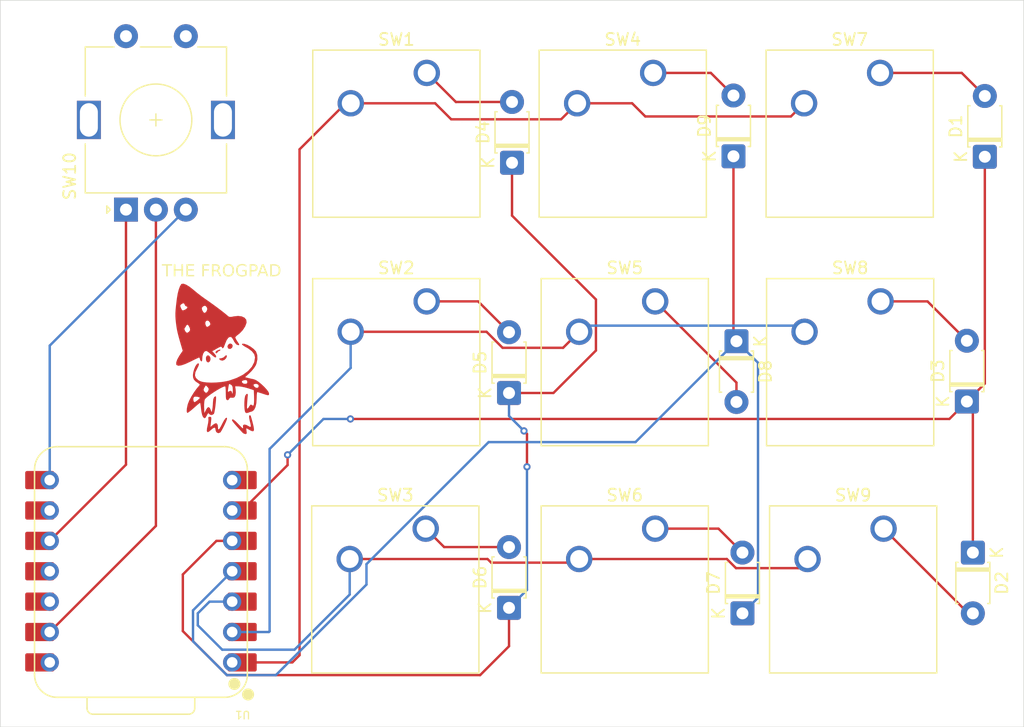
<source format=kicad_pcb>
(kicad_pcb (version 20241229) (generator "pcbnew") (generator_version "9.0")
  (layers (0 "F.Cu" signal) (2 "B.Cu" signal) (13 "F.Paste" user) (15 "B.Paste" user) (5 "F.SilkS" user "F.Silkscreen") (7 "B.SilkS" user "B.Silkscreen") (1 "F.Mask" user) (3 "B.Mask" user) (25 "Edge.Cuts" user))
  (net 0 "")
  (net 1 "row2")
  (net 2 "Net-(D1-A)")
  (net 3 "Net-(D2-A)")
  (net 4 "Net-(D3-A)")
  (net 5 "Net-(D4-A)")
  (net 6 "row1")
  (net 7 "Net-(D5-A)")
  (net 8 "Net-(D6-A)")
  (net 9 "Net-(D7-A)")
  (net 10 "row0")
  (net 11 "Net-(D8-A)")
  (net 12 "Net-(D9-A)")
  (net 13 "col1")
  (net 14 "col2")
  (net 15 "col3")
  (net 16 "Net-(U1-GPIO4{slash}MISO)")
  (net 17 "Net-(U1-GPIO1{slash}RX)")
  (net 18 "GND")
  (net 22 "b")
  (net 23 "a")
  (footprint "Button_Switch_Keyboard:SW_Cherry_MX_1.00u_PCB" (layer "F.Cu") (at 172.71 78.67)
    (property "Reference" "SW5" (at -2.54 -2.794 0) (layer "F.SilkS"))
    (property "Value" "SW_Push")
    (pad "" np_thru_hole circle (at -7.62 5.08) (size 1.7 1.7) (drill 1.7) (layers "*.Cu" "*.Mask"))
    (pad "" np_thru_hole circle (at -2.54 5.08) (size 4 4) (drill 4) (layers "*.Cu" "*.Mask"))
    (pad "" np_thru_hole circle (at 2.54 5.08) (size 1.7 1.7) (drill 1.7) (layers "*.Cu" "*.Mask"))
    (pad "1" thru_hole circle (at 0 0) (size 2.2 2.2) (drill 1.5) (layers "*.Cu" "*.Mask") (net 11 "Net-(D8-A)"))
    (pad "2" thru_hole circle (at -6.35 2.54) (size 2.2 2.2) (drill 1.5) (layers "*.Cu" "*.Mask") (net 14 "col2"))
  )
  (footprint "KiCad:XIAO-RP2040-DIP" (layer "F.Cu") (at 129.75 101.2315 180)
    (property "Reference" "U1" (at -8.5 -12 180) (layer "F.SilkS") (effects (font (size 0.635 0.635) (thickness 0.1016))))
    (property "Value" "XIAO-RP2040-DIP" (hide yes))
    (pad "1" smd roundrect (at -8.455 -7.62) (size 2.432 1.524) (layers "F.Cu" "F.Mask") (roundrect_rratio 0.1) (net 13 "col1"))
    (pad "1" thru_hole circle (at -7.62 -7.62) (size 1.524 1.524) (drill 0.889) (layers "*.Cu" "*.Mask") (net 13 "col1"))
    (pad "2" smd roundrect (at -8.455 -5.08) (size 2.432 1.524) (layers "F.Cu" "F.Mask") (roundrect_rratio 0.1) (net 14 "col2"))
    (pad "2" thru_hole circle (at -7.62 -5.08) (size 1.524 1.524) (drill 0.889) (layers "*.Cu" "*.Mask") (net 14 "col2"))
    (pad "3" smd roundrect (at -8.455 -2.54) (size 2.432 1.524) (layers "F.Cu" "F.Mask") (roundrect_rratio 0.1) (net 15 "col3"))
    (pad "3" thru_hole circle (at -7.62 -2.54) (size 1.524 1.524) (drill 0.889) (layers "*.Cu" "*.Mask") (net 15 "col3"))
    (pad "4" smd roundrect (at -8.455 0) (size 2.432 1.524) (layers "F.Cu" "F.Mask") (roundrect_rratio 0.1) (net 10 "row0"))
    (pad "4" thru_hole circle (at -7.62 0) (size 1.524 1.524) (drill 0.889) (layers "*.Cu" "*.Mask") (net 10 "row0"))
    (pad "5" smd roundrect (at -8.455 2.54) (size 2.432 1.524) (layers "F.Cu" "F.Mask") (roundrect_rratio 0.1) (net 6 "row1"))
    (pad "5" thru_hole circle (at -7.62 2.54) (size 1.524 1.524) (drill 0.889) (layers "*.Cu" "*.Mask") (net 6 "row1"))
    (pad "6" smd roundrect (at -8.455 5.08) (size 2.432 1.524) (layers "F.Cu" "F.Mask") (roundrect_rratio 0.1) (net 1 "row2"))
    (pad "6" thru_hole circle (at -7.62 5.08) (size 1.524 1.524) (drill 0.889) (layers "*.Cu" "*.Mask") (net 1 "row2"))
    (pad "7" smd roundrect (at -8.455 7.62) (size 2.432 1.524) (layers "F.Cu" "F.Mask") (roundrect_rratio 0.1) (net 23 "a"))
    (pad "7" thru_hole circle (at -7.62 7.62) (size 1.524 1.524) (drill 0.889) (layers "*.Cu" "*.Mask") (net 23 "a"))
    (pad "8" thru_hole circle (at 7.62 7.62 180) (size 1.524 1.524) (drill 0.889) (layers "*.Cu" "*.Mask") (net 17 "Net-(U1-GPIO1{slash}RX)"))
    (pad "8" smd roundrect (at 8.455 7.62 180) (size 2.432 1.524) (layers "F.Cu" "F.Mask") (roundrect_rratio 0.1) (net 17 "Net-(U1-GPIO1{slash}RX)"))
    (pad "9" thru_hole circle (at 7.62 5.08 180) (size 1.524 1.524) (drill 0.889) (layers "*.Cu" "*.Mask"))
    (pad "9" smd roundrect (at 8.455 5.08 180) (size 2.432 1.524) (layers "F.Cu" "F.Mask") (roundrect_rratio 0.1))
    (pad "10" thru_hole circle (at 7.62 2.54 180) (size 1.524 1.524) (drill 0.889) (layers "*.Cu" "*.Mask") (net 16 "Net-(U1-GPIO4{slash}MISO)"))
    (pad "10" smd roundrect (at 8.455 2.54 180) (size 2.432 1.524) (layers "F.Cu" "F.Mask") (roundrect_rratio 0.1) (net 16 "Net-(U1-GPIO4{slash}MISO)"))
    (pad "11" thru_hole circle (at 7.62 0 180) (size 1.524 1.524) (drill 0.889) (layers "*.Cu" "*.Mask") (net 22 "b"))
    (pad "11" smd roundrect (at 8.455 0 180) (size 2.432 1.524) (layers "F.Cu" "F.Mask") (roundrect_rratio 0.1) (net 22 "b"))
    (pad "12" thru_hole circle (at 7.62 -2.54 180) (size 1.524 1.524) (drill 0.889) (layers "*.Cu" "*.Mask"))
    (pad "12" smd roundrect (at 8.455 -2.54 180) (size 2.432 1.524) (layers "F.Cu" "F.Mask") (roundrect_rratio 0.1))
    (pad "13" thru_hole circle (at 7.62 -5.08 180) (size 1.524 1.524) (drill 0.889) (layers "*.Cu" "*.Mask") (net 18 "GND"))
    (pad "13" smd roundrect (at 8.455 -5.08 180) (size 2.432 1.524) (layers "F.Cu" "F.Mask") (roundrect_rratio 0.1) (net 18 "GND"))
    (pad "14" thru_hole circle (at 7.62 -7.62 180) (size 1.524 1.524) (drill 0.889) (layers "*.Cu" "*.Mask"))
    (pad "14" smd roundrect (at 8.455 -7.62 180) (size 2.432 1.524) (layers "F.Cu" "F.Mask") (roundrect_rratio 0.1))
  )
  (footprint "LOGO" (layer "F.Cu") (at 136.734999 83.5)
    (property "Reference" "G***" (hide yes))
    (property "Value" "LOGO" (hide yes))
    (fp_poly (pts (xy 0.622903 -1.253299) (xy 0.680419 -1.122633) (xy 0.640297 -0.971539) (xy 0.509398 -0.855972) (xy 0.362226 -0.858624) (xy 0.28144 -0.921917) (xy 0.239873 -1.061346) (xy 0.295215 -1.204152) (xy 0.419025 -1.296787) (xy 0.486425 -1.30786)) (fill yes) (layer "F.Cu"))
    (fp_poly (pts (xy -1.276897 -0.278206) (xy -1.18718 -0.138372) (xy -1.173149 0.032026) (xy -1.225867 0.184345) (xy -1.336398 0.269941) (xy -1.378589 0.275338) (xy -1.491635 0.212099) (xy -1.550452 0.061225) (xy -1.555963 -0.132675) (xy -1.494329 -0.270361) (xy -1.388361 -0.323527)) (fill yes) (layer "F.Cu"))
    (fp_poly (pts (xy -0.353603 -0.792361) (xy -0.344174 -0.762918) (xy -0.399274 -0.695474) (xy -0.440061 -0.688347) (xy -0.546326 -0.632823) (xy -0.57557 -0.585095) (xy -0.648774 -0.494855) (xy -0.727293 -0.497998) (xy -0.757182 -0.577067) (xy -0.700747 -0.677535) (xy -0.636721 -0.714781) (xy -0.484997 -0.773463) (xy -0.430217 -0.79738)) (fill yes) (layer "F.Cu"))
    (fp_poly (pts (xy 0.184629 -0.310391) (xy 0.185686 -0.204109) (xy 0.133664 -0.082141) (xy -0.005682 0.065186) (xy -0.182828 0.12596) (xy -0.350049 0.089648) (xy -0.41012 0.037897) (xy -0.454956 -0.038637) (xy -0.39516 -0.066234) (xy -0.31201 -0.068835) (xy -0.112422 -0.128119) (xy 0.000249 -0.223713) (xy 0.116198 -0.323949)) (fill yes) (layer "F.Cu"))
    (fp_poly (pts (xy -1.154445 4.826536) (xy -1.113307 4.871923) (xy -1.106774 4.986185) (xy -1.126873 5.200915) (xy -1.131425 5.241377) (xy -1.179276 5.664327) (xy -0.960527 5.480262) (xy -0.774475 5.364532) (xy -0.643207 5.374899) (xy -0.568514 5.510397) (xy -0.550678 5.701057) (xy -0.537086 5.846798) (xy -0.493095 5.880534) (xy -0.413882 5.797811) (xy -0.294623 5.594174) (xy -0.172087 5.351387) (xy -0.039953 5.108378) (xy 0.074857 4.949436) (xy 0.160082 4.886804) (xy 0.203461 4.932722) (xy 0.206504 4.973401) (xy 0.176183 5.087301) (xy 0.097418 5.280857) (xy -0.011498 5.516887) (xy -0.132271 5.758204) (xy -0.246609 5.967627) (xy -0.336217 6.10797) (xy -0.368639 6.142441) (xy -0.5355 6.189527) (xy -0.67458 6.11252) (xy -0.741266 5.980662) (xy -0.757182 5.871598) (xy -0.788159 5.742994) (xy -0.882943 5.731404) (xy -1.04431 5.837266) (xy -1.149838 5.933416) (xy -1.325823 6.076446) (xy -1.436988 6.10039) (xy -1.484095 6.004212) (xy -1.467901 5.786878) (xy -1.419988 5.564814) (xy -1.368928 5.312841) (xy -1.34534 5.094562) (xy -1.351828 4.973306) (xy -1.35934 4.855433) (xy -1.272048 4.819285) (xy -1.238162 4.818428)) (fill yes) (layer "F.Cu"))
    (fp_poly (pts (xy 2.153561 4.694601) (xy 2.195187 4.773544) (xy 2.248939 4.940183) (xy 2.324299 5.21453) (xy 2.351217 5.31584) (xy 2.433189 5.662002) (xy 2.45999 5.890303) (xy 2.427531 6.010726) (xy 2.331722 6.033252) (xy 2.168472 5.967863) (xy 2.099905 5.929167) (xy 1.940167 5.838245) (xy 1.838483 5.786585) (xy 1.824512 5.782113) (xy 1.817011 5.84178) (xy 1.832158 5.988771) (xy 1.837453 6.023035) (xy 1.852804 6.185146) (xy 1.816685 6.252577) (xy 1.741917 6.263956) (xy 1.589878 6.215393) (xy 1.497657 6.143495) (xy 1.400282 6.036855) (xy 1.240593 5.86233) (xy 1.04932 5.653503) (xy 1.003771 5.603803) (xy 0.826038 5.400784) (xy 0.691884 5.230195) (xy 0.623734 5.121161) (xy 0.619512 5.104752) (xy 0.653713 5.028791) (xy 0.758045 5.061555) (xy 0.935098 5.204656) (xy 1.183208 5.455149) (xy 1.375142 5.656209) (xy 1.490699 5.763345) (xy 1.544214 5.786189) (xy 1.55002 5.734375) (xy 1.542606 5.696711) (xy 1.543106 5.53128) (xy 1.633659 5.462355) (xy 1.803007 5.493232) (xy 1.960041 5.574529) (xy 2.098817 5.652765) (xy 2.176077 5.664375) (xy 2.197642 5.592649) (xy 2.169334 5.420876) (xy 2.104319 5.160393) (xy 2.055361 4.919559) (xy 2.051909 4.760051) (xy 2.068755 4.719765) (xy 2.114577 4.683345)) (fill yes) (layer "F.Cu"))
    (fp_poly (pts (xy -3.209525 -6.229286) (xy -2.927795 -6.056887) (xy -2.603085 -5.802016) (xy -2.573925 -5.776744) (xy -2.281705 -5.533898) (xy -1.949387 -5.276125) (xy -1.643085 -5.054501) (xy -1.608671 -5.03104) (xy -1.295601 -4.814389) (xy -0.950748 -4.56725) (xy -0.601965 -4.310457) (xy -0.277104 -4.064839) (xy -0.004016 -3.851227) (xy 0.189446 -3.690454) (xy 0.217593 -3.66513) (xy 0.334674 -3.568848) (xy 0.442525 -3.530234) (xy 0.593443 -3.540484) (xy 0.760627 -3.573713) (xy 1.127116 -3.614538) (xy 1.436163 -3.575952) (xy 1.670078 -3.466845) (xy 1.811172 -3.296103) (xy 1.841753 -3.072615) (xy 1.835437 -3.033694) (xy 1.723905 -2.733727) (xy 1.524802 -2.425307) (xy 1.274301 -2.160318) (xy 1.170483 -2.079945) (xy 1.010595 -1.954942) (xy 0.912173 -1.850246) (xy 0.897463 -1.816517) (xy 0.931934 -1.716682) (xy 1.021713 -1.555979) (xy 1.066937 -1.486495) (xy 1.184964 -1.306882) (xy 1.228555 -1.212437) (xy 1.202805 -1.175954) (xy 1.126152 -1.17019) (xy 0.971632 -1.238735) (xy 0.814346 -1.44453) (xy 0.718183 -1.634824) (xy 0.59684 -1.814306) (xy 0.460037 -1.863044) (xy 0.316406 -1.785841) (xy 0.174577 -1.587498) (xy 0.043181 -1.272816) (xy 0.037729 -1.256234) (xy -0.053613 -1.015961) (xy -0.130099 -0.907942) (xy -0.19595 -0.928091) (xy -0.230669 -0.996205) (xy -0.274236 -1.03997) (xy -0.36775 -1.024467) (xy -0.537141 -0.942444) (xy -0.650385 -0.878826) (xy -1.031208 -0.660093) (xy -0.859777 -0.481158) (xy -0.730743 -0.316206) (xy -0.691161 -0.194731) (xy -0.747065 -0.139003) (xy -0.766693 -0.13767) (xy -0.856258 -0.181327) (xy -1.00729 -0.294326) (xy -1.143746 -0.413009) (xy -1.321423 -0.561913) (xy -1.471619 -0.661894) (xy -1.54334 -0.688347) (xy -1.677243 -0.625362) (xy -1.784987 -0.459303) (xy -1.848714 -0.224514) (xy -1.858537 -0.0822) (xy -1.872937 0.116347) (xy -1.918501 0.19123) (xy -1.94458 0.189639) (xy -2.022641 0.106142) (xy -2.05262 0.011816) (xy -2.088247 -0.106127) (xy -2.121455 -0.137076) (xy -2.198309 -0.107441) (xy -2.370608 -0.027585) (xy -2.611403 0.089686) (xy -2.84563 0.207097) (xy -3.280073 0.407931) (xy -3.621176 0.523086) (xy -3.865277 0.551822) (xy -4.008713 0.493396) (xy -4.036024 0.448286) (xy -4.038372 0.272383) (xy -3.949897 0.020825) (xy -3.778476 -0.286067) (xy -3.713432 -0.383885) (xy -3.495562 -0.700548) (xy -3.601278 -1.05583) (xy -3.742058 -1.535265) (xy -3.847771 -1.913954) (xy -3.925446 -2.22223) (xy -3.982111 -2.490423) (xy -3.986678 -2.518075) (xy -3.353247 -2.518075) (xy -3.310679 -2.386499) (xy -3.229927 -2.263205) (xy -3.138347 -2.20314) (xy -3.131016 -2.202711) (xy -3.025614 -2.250106) (xy -2.945472 -2.323171) (xy -2.881411 -2.425178) (xy -2.888148 -2.54172) (xy -2.935001 -2.667345) (xy -3.033997 -2.839809) (xy -3.126907 -2.883477) (xy -3.205256 -2.795225) (xy -3.215162 -2.770597) (xy -3.288987 -2.642762) (xy -3.330281 -2.602987) (xy -3.353247 -2.518075) (xy -3.986678 -2.518075) (xy -4.024795 -2.748863) (xy -4.060527 -3.027882) (xy -4.060767 -3.029974) (xy -1.613811 -3.029974) (xy -1.586382 -2.865013) (xy -1.513233 -2.722862) (xy -1.423946 -2.70055) (xy -1.279614 -2.788431) (xy -1.279075 -2.788839) (xy -1.19077 -2.8842) (xy -1.200284 -3.000446) (xy -1.225973 -3.061988) (xy -1.335635 -3.200722) (xy -1.459566 -3.229204) (xy -1.563659 -3.166075) (xy -1.613811 -3.029974) (xy -4.060767 -3.029974) (xy -4.062757 -3.047292) (xy -4.091933 -3.332462) (xy -4.107294 -3.58509) (xy -4.107575 -3.836538) (xy -4.091512 -4.118169) (xy -4.062174 -4.417175) (xy -3.695549 -4.417175) (xy -3.641858 -4.278262) (xy -3.566089 -4.122974) (xy -3.493507 -4.07222) (xy -3.372163 -4.106992) (xy -3.283908 -4.14729) (xy -3.15177 -4.238503) (xy -3.130412 -4.276774) (xy -1.898911 -4.276774) (xy -1.887592 -4.161508) (xy -1.847242 -4.060656) (xy -1.744426 -3.896649) (xy -1.638203 -3.869455) (xy -1.522907 -3.978235) (xy -1.502352 -4.009621) (xy -1.442168 -4.182484) (xy -1.476341 -4.319377) (xy -1.585039 -4.452366) (xy -1.72347 -4.451918) (xy -1.834544 -4.370412) (xy -1.898911 -4.276774) (xy -3.130412 -4.276774) (xy -3.098945 -4.333158) (xy -3.137731 -4.396427) (xy -3.192785 -4.405421) (xy -3.285244 -4.463092) (xy -3.32401 -4.54309) (xy -3.385015 -4.660133) (xy -3.490411 -4.661033) (xy -3.611088 -4.588018) (xy -3.691176 -4.510829) (xy -3.695549 -4.417175) (xy -4.062174 -4.417175) (xy -4.05784 -4.461344) (xy -4.005294 -4.897426) (xy -3.98027 -5.092825) (xy -3.915083 -5.476149) (xy -3.827853 -5.817169) (xy -3.727796 -6.087926) (xy -3.62413 -6.260461) (xy -3.583755 -6.295685) (xy -3.433202 -6.311467)) (fill yes) (layer "F.Cu"))
    (fp_poly (pts (xy 1.664382 -1.281298) (xy 1.917217 -1.191498) (xy 2.194017 -1.034212) (xy 2.444718 -0.843107) (xy 2.619252 -0.651852) (xy 2.63306 -0.629882) (xy 2.732895 -0.341262) (xy 2.74503 0.005075) (xy 2.670824 0.361866) (xy 2.599617 0.533737) (xy 2.465431 0.743713) (xy 2.269311 0.98351) (xy 2.081314 1.174794) (xy 1.716782 1.507956) (xy 1.976954 1.574338) (xy 2.224855 1.63418) (xy 2.468003 1.687969) (xy 2.477617 1.689947) (xy 2.645729 1.76319) (xy 2.861429 1.910525) (xy 3.097954 2.106511) (xy 3.328543 2.325704) (xy 3.526434 2.542665) (xy 3.664865 2.731949) (xy 3.717073 2.868115) (xy 3.717073 2.868272) (xy 3.711007 2.964981) (xy 3.675146 3.012186) (xy 3.582997 3.011126) (xy 3.408066 2.963043) (xy 3.194289 2.892749) (xy 2.973158 2.821111) (xy 2.805825 2.771209) (xy 2.736178 2.75508) (xy 2.711083 2.817312) (xy 2.692723 2.983042) (xy 2.684659 3.218132) (xy 2.684552 3.250137) (xy 2.658075 3.675948) (xy 2.582187 4.014353) (xy 2.462205 4.250587) (xy 2.303448 4.369886) (xy 2.278964 4.376306) (xy 2.089959 4.431916) (xy 1.973603 4.482364) (xy 1.822643 4.509789) (xy 1.74989 4.469778) (xy 1.700232 4.359689) (xy 1.66757 4.151559) (xy 1.652138 3.883995) (xy 1.654173 3.595599) (xy 1.673908 3.324977) (xy 1.711578 3.110735) (xy 1.741123 3.028726) (xy 1.831545 2.915256) (xy 1.913052 2.899991) (xy 1.947752 2.982933) (xy 1.943054 3.028726) (xy 1.929723 3.143475) (xy 1.911277 3.354502) (xy 1.891243 3.620686) (xy 1.886967 3.682655) (xy 1.872137 3.963144) (xy 1.880086 4.113801) (xy 1.918703 4.141654) (xy 1.995878 4.053733) (xy 2.10666 3.878389) (xy 2.182776 3.793603) (xy 2.272491 3.827529) (xy 2.293119 3.844084) (xy 2.38013 3.893758) (xy 2.427824 3.831877) (xy 2.444141 3.773963) (xy 2.46155 3.626124) (xy 2.468917 3.390453) (xy 2.464766 3.116524) (xy 2.464186 3.101638) (xy 2.443631 2.591077) (xy 1.961788 2.435944) (xy 1.673405 2.355966) (xy 1.389876 2.298328) (xy 1.18318 2.276177) (xy 0.886415 2.271544) (xy 0.930098 2.564092) (xy 0.940462 2.800755) (xy 0.910718 3.016278) (xy 0.898699 3.053571) (xy 0.822758 3.191975) (xy 0.709575 3.229185) (xy 0.623041 3.221065) (xy 0.467317 3.222013) (xy 0.395557 3.29868) (xy 0.388198 3.322667) (xy 0.307397 3.424083) (xy 0.228591 3.429344) (xy 0.166163 3.400628) (xy 0.128452 3.325671) (xy 0.109527 3.176495) (xy 0.103457 2.925121) (xy 0.103252 2.838152) (xy 0.098643 2.641476) (xy 0.280045 2.641476) (xy 0.284412 2.727845) (xy 0.324533 2.726382) (xy 0.365205 2.695661) (xy 0.499718 2.641195) (xy 0.59668 2.698054) (xy 0.619512 2.791867) (xy 0.638906 2.881045) (xy 0.653929 2.891056) (xy 0.673984 2.829278) (xy 0.686389 2.672093) (xy 0.688346 2.563441) (xy 0.673561 2.341177) (xy 0.618992 2.21007) (xy 0.585168 2.18103) (xy 2.417171 2.18103) (xy 2.495257 2.306249) (xy 2.625445 2.390854) (xy 2.76029 2.395928) (xy 2.840763 2.32317) (xy 2.84343 2.168737) (xy 2.730517 2.08084) (xy 2.608353 2.06504) (xy 2.450231 2.094399) (xy 2.417171 2.18103) (xy 0.585168 2.18103) (xy 0.543974 2.145663) (xy 0.427116 2.085008) (xy 0.378326 2.077479) (xy 0.356885 2.152308) (xy 0.325496 2.319342) (xy 0.305824 2.443457) (xy 0.280045 2.641476) (xy 0.098643 2.641476) (xy 0.097164 2.578337) (xy 0.080955 2.381228) (xy 0.057702 2.278922) (xy 0.048883 2.271435) (xy -0.095118 2.31106) (xy -0.316956 2.416969) (xy -0.587598 2.570289) (xy -0.878014 2.752147) (xy -1.159173 2.943668) (xy -1.402044 3.125981) (xy -1.577595 3.28021) (xy -1.653543 3.378195) (xy -1.688694 3.537495) (xy -1.707746 3.779558) (xy -1.707076 4.032125) (xy -1.68645 4.508672) (xy -1.558147 4.250541) (xy -1.436732 4.059397) (xy -1.328236 4.004681) (xy -1.229391 4.086104) (xy -1.167148 4.216124) (xy -1.081804 4.439837) (xy -1.030889 4.233333) (xy -1.000259 4.044832) (xy -0.978062 3.790621) (xy -0.97183 3.639458) (xy -0.943751 3.348484) (xy -0.875367 3.181482) (xy -0.858771 3.165015) (xy -0.759965 3.106793) (xy -0.723378 3.108419) (xy -0.708393 3.196274) (xy -0.712763 3.383644) (xy -0.732313 3.634401) (xy -0.762868 3.912415) (xy -0.800255 4.181559) (xy -0.840297 4.405704) (xy -0.878822 4.548722) (xy -0.892854 4.575099) (xy -1.037994 4.668461) (xy -1.194515 4.658272) (xy -1.296051 4.566635) (xy -1.345749 4.512864) (xy -1.400941 4.556096) (xy -1.479401 4.704304) (xy -1.582404 4.887791) (xy -1.669224 4.944676) (xy -1.760745 4.88094) (xy -1.817706 4.801219) (xy -1.874282 4.656202) (xy -1.927241 4.423536) (xy -1.965298 4.153026) (xy -1.965856 4.147289) (xy -1.993275 3.905447) (xy -2.021172 3.728149) (xy -2.044049 3.649452) (xy -2.046432 3.648238) (xy -2.108264 3.69119) (xy -2.248278 3.806747) (xy -2.442736 3.974964) (xy -2.577709 4.094697) (xy -2.79418 4.280303) (xy -2.973043 4.41849) (xy -3.090261 4.491509) (xy -3.121472 4.496233) (xy -3.162396 4.370674) (xy -3.152972 4.147342) (xy -3.095482 3.855675) (xy -3.062537 3.7365) (xy -2.951221 3.458835) (xy -2.927119 3.413222) (xy -2.60821 3.413222) (xy -2.574564 3.537721) (xy -2.531843 3.592816) (xy -2.451459 3.572333) (xy -2.301341 3.467959) (xy -2.299226 3.466346) (xy -2.155098 3.34519) (xy -2.072597 3.254093) (xy -2.065041 3.235084) (xy -2.12404 3.184622) (xy -2.2617 3.146321) (xy -2.419014 3.131548) (xy -2.525312 3.146432) (xy -2.601763 3.241744) (xy -2.60821 3.413222) (xy -2.927119 3.413222) (xy -2.774224 3.123874) (xy -2.558383 2.776271) (xy -2.370792 2.516443) (xy -1.750166 2.516443) (xy -1.733156 2.634159) (xy -1.705383 2.683768) (xy -1.584426 2.805174) (xy -1.46572 2.79026) (xy -1.36284 2.647217) (xy -1.320466 2.500934) (xy -1.373499 2.385384) (xy -1.422312 2.333002) (xy -1.561522 2.193792) (xy -1.676685 2.369553) (xy -1.750166 2.516443) (xy -2.370792 2.516443) (xy -2.330531 2.460678) (xy -2.208569 2.315543) (xy -2.098076 2.185124) (xy -2.075203 2.112986) (xy -2.132771 2.057577) (xy -2.160993 2.040204) (xy -2.415607 1.868432) (xy -2.564895 1.708954) (xy -2.632785 1.526664) (xy -2.644425 1.330939) (xy -2.612012 1.087776) (xy -2.534343 0.823134) (xy -2.429614 0.583574) (xy -2.316018 0.415656) (xy -2.272529 0.379198) (xy -2.168019 0.347883) (xy -2.135934 0.416571) (xy -2.176182 0.568244) (xy -2.27461 0.762379) (xy -2.431741 1.087858) (xy -2.4734 1.349985) (xy -2.396372 1.565098) (xy -2.197446 1.749536) (xy -2.065041 1.828086) (xy -1.836688 1.902032) (xy -1.506755 1.946629) (xy -1.108059 1.962375) (xy -0.673415 1.949769) (xy -0.235639 1.909309) (xy 0.072812 1.858052) (xy 1.446732 1.858052) (xy 1.466434 1.951332) (xy 1.469281 1.958819) (xy 1.560083 2.03531) (xy 1.709836 2.064535) (xy 1.846969 2.039063) (xy 1.889114 2.002417) (xy 1.900595 1.890825) (xy 1.883847 1.82521) (xy 1.808542 1.746004) (xy 1.660052 1.755758) (xy 1.501086 1.803702) (xy 1.446732 1.858052) (xy 0.072812 1.858052) (xy 0.172454 1.841494) (xy 0.37859 1.790964) (xy 1.006019 1.5724) (xy 1.538008 1.30168) (xy 1.966249 0.986233) (xy 2.282433 0.633491) (xy 2.478251 0.250883) (xy 2.545371 -0.146711) (xy 2.479104 -0.406988) (xy 2.281097 -0.661218) (xy 1.957278 -0.902814) (xy 1.772493 -1.00545) (xy 1.563848 -1.128849) (xy 1.460024 -1.225963) (xy 1.465664 -1.284947) (xy 1.58541 -1.293956)) (fill yes) (layer "F.Cu"))
  )
  (footprint "Diode_THT:D_T-1_P5.08mm_Horizontal" (layer "F.Cu") (at 160.5 104.29 90)
    (property "Reference" "D6" (at 2.54 -2.42 90) (layer "F.SilkS"))
    (property "Value" "D")
    (fp_text user "K" (at 0 -2 90) (layer "F.SilkS"))
    (pad "1" thru_hole roundrect (at 0 0 90) (size 2 2) (drill 1) (layers "*.Cu" "*.Mask") (roundrect_rratio 0.125) (net 6 "row1"))
    (pad "2" thru_hole circle (at 5.08 0 90) (size 2 2) (drill 1) (layers "*.Cu" "*.Mask") (net 8 "Net-(D6-A)"))
  )
  (footprint "Button_Switch_Keyboard:SW_Cherry_MX_1.00u_PCB" (layer "F.Cu") (at 153.63 59.57)
    (property "Reference" "SW1" (at -2.54 -2.794 0) (layer "F.SilkS"))
    (property "Value" "SW_Push")
    (pad "" np_thru_hole circle (at -7.62 5.08) (size 1.7 1.7) (drill 1.7) (layers "*.Cu" "*.Mask"))
    (pad "" np_thru_hole circle (at -2.54 5.08) (size 4 4) (drill 4) (layers "*.Cu" "*.Mask"))
    (pad "" np_thru_hole circle (at 2.54 5.08) (size 1.7 1.7) (drill 1.7) (layers "*.Cu" "*.Mask"))
    (pad "1" thru_hole circle (at 0 0) (size 2.2 2.2) (drill 1.5) (layers "*.Cu" "*.Mask") (net 5 "Net-(D4-A)"))
    (pad "2" thru_hole circle (at -6.35 2.54) (size 2.2 2.2) (drill 1.5) (layers "*.Cu" "*.Mask") (net 13 "col1"))
  )
  (footprint "Button_Switch_Keyboard:SW_Cherry_MX_1.00u_PCB" (layer "F.Cu") (at 191.54 78.67)
    (property "Reference" "SW8" (at -2.54 -2.794 0) (layer "F.SilkS"))
    (property "Value" "SW_Push")
    (pad "" np_thru_hole circle (at -7.62 5.08) (size 1.7 1.7) (drill 1.7) (layers "*.Cu" "*.Mask"))
    (pad "" np_thru_hole circle (at -2.54 5.08) (size 4 4) (drill 4) (layers "*.Cu" "*.Mask"))
    (pad "" np_thru_hole circle (at 2.54 5.08) (size 1.7 1.7) (drill 1.7) (layers "*.Cu" "*.Mask"))
    (pad "1" thru_hole circle (at 0 0) (size 2.2 2.2) (drill 1.5) (layers "*.Cu" "*.Mask") (net 4 "Net-(D3-A)"))
    (pad "2" thru_hole circle (at -6.35 2.54) (size 2.2 2.2) (drill 1.5) (layers "*.Cu" "*.Mask") (net 14 "col2"))
  )
  (footprint "Diode_THT:D_T-1_P5.08mm_Horizontal" (layer "F.Cu") (at 179.5 82 -90)
    (property "Reference" "D8" (at 2.54 -2.42 270) (layer "F.SilkS"))
    (property "Value" "D")
    (fp_text user "K" (at 0 -2 270) (layer "F.SilkS"))
    (pad "1" thru_hole roundrect (at 0 0 270) (size 2 2) (drill 1) (layers "*.Cu" "*.Mask") (roundrect_rratio 0.125) (net 10 "row0"))
    (pad "2" thru_hole circle (at 5.08 0 270) (size 2 2) (drill 1) (layers "*.Cu" "*.Mask") (net 11 "Net-(D8-A)"))
  )
  (footprint "Diode_THT:D_T-1_P5.08mm_Horizontal" (layer "F.Cu") (at 200.25 66.58 90)
    (property "Reference" "D1" (at 2.54 -2.42 90) (layer "F.SilkS"))
    (property "Value" "D")
    (fp_text user "K" (at 0 -2 90) (layer "F.SilkS"))
    (pad "1" thru_hole roundrect (at 0 0 90) (size 2 2) (drill 1) (layers "*.Cu" "*.Mask") (roundrect_rratio 0.125) (net 1 "row2"))
    (pad "2" thru_hole circle (at 5.08 0 90) (size 2 2) (drill 1) (layers "*.Cu" "*.Mask") (net 2 "Net-(D1-A)"))
  )
  (footprint "Diode_THT:D_T-1_P5.08mm_Horizontal" (layer "F.Cu") (at 180 104.75 90)
    (property "Reference" "D7" (at 2.54 -2.42 90) (layer "F.SilkS"))
    (property "Value" "D")
    (fp_text user "K" (at 0 -2 90) (layer "F.SilkS"))
    (pad "1" thru_hole roundrect (at 0 0 90) (size 2 2) (drill 1) (layers "*.Cu" "*.Mask") (roundrect_rratio 0.125) (net 10 "row0"))
    (pad "2" thru_hole circle (at 5.08 0 90) (size 2 2) (drill 1) (layers "*.Cu" "*.Mask") (net 9 "Net-(D7-A)"))
  )
  (footprint "Diode_THT:D_T-1_P5.08mm_Horizontal" (layer "F.Cu") (at 198.75 87.04 90)
    (property "Reference" "D3" (at 2.54 -2.42 90) (layer "F.SilkS"))
    (property "Value" "D")
    (fp_text user "K" (at 0 -2 90) (layer "F.SilkS"))
    (pad "1" thru_hole roundrect (at 0 0 90) (size 2 2) (drill 1) (layers "*.Cu" "*.Mask") (roundrect_rratio 0.125) (net 1 "row2"))
    (pad "2" thru_hole circle (at 5.08 0 90) (size 2 2) (drill 1) (layers "*.Cu" "*.Mask") (net 4 "Net-(D3-A)"))
  )
  (footprint "Diode_THT:D_T-1_P5.08mm_Horizontal" (layer "F.Cu") (at 179.25 66.54 90)
    (property "Reference" "D9" (at 2.54 -2.42 90) (layer "F.SilkS"))
    (property "Value" "D")
    (fp_text user "K" (at 0 -2 90) (layer "F.SilkS"))
    (pad "1" thru_hole roundrect (at 0 0 90) (size 2 2) (drill 1) (layers "*.Cu" "*.Mask") (roundrect_rratio 0.125) (net 10 "row0"))
    (pad "2" thru_hole circle (at 5.08 0 90) (size 2 2) (drill 1) (layers "*.Cu" "*.Mask") (net 12 "Net-(D9-A)"))
  )
  (footprint "Button_Switch_Keyboard:SW_Cherry_MX_1.00u_PCB" (layer "F.Cu") (at 172.54 59.57)
    (property "Reference" "SW4" (at -2.54 -2.794 0) (layer "F.SilkS"))
    (property "Value" "SW_Push")
    (pad "" np_thru_hole circle (at -7.62 5.08) (size 1.7 1.7) (drill 1.7) (layers "*.Cu" "*.Mask"))
    (pad "" np_thru_hole circle (at -2.54 5.08) (size 4 4) (drill 4) (layers "*.Cu" "*.Mask"))
    (pad "" np_thru_hole circle (at 2.54 5.08) (size 1.7 1.7) (drill 1.7) (layers "*.Cu" "*.Mask"))
    (pad "1" thru_hole circle (at 0 0) (size 2.2 2.2) (drill 1.5) (layers "*.Cu" "*.Mask") (net 12 "Net-(D9-A)"))
    (pad "2" thru_hole circle (at -6.35 2.54) (size 2.2 2.2) (drill 1.5) (layers "*.Cu" "*.Mask") (net 13 "col1"))
  )
  (footprint "Diode_THT:D_T-1_P5.08mm_Horizontal" (layer "F.Cu") (at 199.25 99.67 -90)
    (property "Reference" "D2" (at 2.54 -2.42 270) (layer "F.SilkS"))
    (property "Value" "D")
    (fp_text user "K" (at 0 -2 270) (layer "F.SilkS"))
    (pad "1" thru_hole roundrect (at 0 0 270) (size 2 2) (drill 1) (layers "*.Cu" "*.Mask") (roundrect_rratio 0.125) (net 1 "row2"))
    (pad "2" thru_hole circle (at 5.08 0 270) (size 2 2) (drill 1) (layers "*.Cu" "*.Mask") (net 3 "Net-(D2-A)"))
  )
  (footprint "Button_Switch_Keyboard:SW_Cherry_MX_1.00u_PCB" (layer "F.Cu") (at 153.54 97.67)
    (property "Reference" "SW3" (at -2.54 -2.794 0) (layer "F.SilkS"))
    (property "Value" "SW_Push")
    (pad "" np_thru_hole circle (at -7.62 5.08) (size 1.7 1.7) (drill 1.7) (layers "*.Cu" "*.Mask"))
    (pad "" np_thru_hole circle (at -2.54 5.08) (size 4 4) (drill 4) (layers "*.Cu" "*.Mask"))
    (pad "" np_thru_hole circle (at 2.54 5.08) (size 1.7 1.7) (drill 1.7) (layers "*.Cu" "*.Mask"))
    (pad "1" thru_hole circle (at 0 0) (size 2.2 2.2) (drill 1.5) (layers "*.Cu" "*.Mask") (net 8 "Net-(D6-A)"))
    (pad "2" thru_hole circle (at -6.35 2.54) (size 2.2 2.2) (drill 1.5) (layers "*.Cu" "*.Mask") (net 15 "col3"))
  )
  (footprint "Diode_THT:D_T-1_P5.08mm_Horizontal" (layer "F.Cu") (at 160.75 67.08 90)
    (property "Reference" "D4" (at 2.54 -2.42 90) (layer "F.SilkS"))
    (property "Value" "D")
    (fp_text user "K" (at 0 -2 90) (layer "F.SilkS"))
    (pad "1" thru_hole roundrect (at 0 0 90) (size 2 2) (drill 1) (layers "*.Cu" "*.Mask") (roundrect_rratio 0.125) (net 6 "row1"))
    (pad "2" thru_hole circle (at 5.08 0 90) (size 2 2) (drill 1) (layers "*.Cu" "*.Mask") (net 5 "Net-(D4-A)"))
  )
  (footprint "Button_Switch_Keyboard:SW_Cherry_MX_1.00u_PCB" (layer "F.Cu") (at 191.79 97.67)
    (property "Reference" "SW9" (at -2.54 -2.794 0) (layer "F.SilkS"))
    (property "Value" "SW_Push")
    (pad "" np_thru_hole circle (at -7.62 5.08) (size 1.7 1.7) (drill 1.7) (layers "*.Cu" "*.Mask"))
    (pad "" np_thru_hole circle (at -2.54 5.08) (size 4 4) (drill 4) (layers "*.Cu" "*.Mask"))
    (pad "" np_thru_hole circle (at 2.54 5.08) (size 1.7 1.7) (drill 1.7) (layers "*.Cu" "*.Mask"))
    (pad "1" thru_hole circle (at 0 0) (size 2.2 2.2) (drill 1.5) (layers "*.Cu" "*.Mask") (net 3 "Net-(D2-A)"))
    (pad "2" thru_hole circle (at -6.35 2.54) (size 2.2 2.2) (drill 1.5) (layers "*.Cu" "*.Mask") (net 15 "col3"))
  )
  (footprint "Diode_THT:D_T-1_P5.08mm_Horizontal" (layer "F.Cu") (at 160.5 86.33 90)
    (property "Reference" "D5" (at 2.54 -2.42 90) (layer "F.SilkS"))
    (property "Value" "D")
    (fp_text user "K" (at 0 -2 90) (layer "F.SilkS"))
    (pad "1" thru_hole roundrect (at 0 0 90) (size 2 2) (drill 1) (layers "*.Cu" "*.Mask") (roundrect_rratio 0.125) (net 6 "row1"))
    (pad "2" thru_hole circle (at 5.08 0 90) (size 2 2) (drill 1) (layers "*.Cu" "*.Mask") (net 7 "Net-(D5-A)"))
  )
  (footprint "Rotary_Encoder:RotaryEncoder_Alps_EC11E-Switch_Vertical_H20mm" (layer "F.Cu") (at 128.5 71 90)
    (property "Reference" "SW10" (at 2.8 -4.7 90) (layer "F.SilkS"))
    (property "Value" "RotaryEncoder")
    (pad "A" thru_hole rect (at 0 0 90) (size 2 2) (drill 1) (layers "*.Cu" "*.Mask") (net 16 "Net-(U1-GPIO4{slash}MISO)"))
    (pad "B" thru_hole circle (at 0 5 90) (size 2 2) (drill 1) (layers "*.Cu" "*.Mask") (net 17 "Net-(U1-GPIO1{slash}RX)"))
    (pad "C" thru_hole circle (at 0 2.5 90) (size 2 2) (drill 1) (layers "*.Cu" "*.Mask") (net 18 "GND"))
    (pad "MP" thru_hole rect (at 7.5 -3.1 90) (size 3.2 2) (drill oval 2.8 1.5) (layers "*.Cu" "*.Mask"))
    (pad "MP" thru_hole rect (at 7.5 8.1 90) (size 3.2 2) (drill oval 2.8 1.5) (layers "*.Cu" "*.Mask"))
    (pad "S1" thru_hole circle (at 14.5 5 90) (size 2 2) (drill 1) (layers "*.Cu" "*.Mask"))
    (pad "S2" thru_hole circle (at 14.5 0 90) (size 2 2) (drill 1) (layers "*.Cu" "*.Mask"))
  )
  (footprint "Button_Switch_Keyboard:SW_Cherry_MX_1.00u_PCB" (layer "F.Cu") (at 191.5 59.57)
    (property "Reference" "SW7" (at -2.54 -2.794 0) (layer "F.SilkS"))
    (property "Value" "SW_Push")
    (pad "" np_thru_hole circle (at -7.62 5.08) (size 1.7 1.7) (drill 1.7) (layers "*.Cu" "*.Mask"))
    (pad "" np_thru_hole circle (at -2.54 5.08) (size 4 4) (drill 4) (layers "*.Cu" "*.Mask"))
    (pad "" np_thru_hole circle (at 2.54 5.08) (size 1.7 1.7) (drill 1.7) (layers "*.Cu" "*.Mask"))
    (pad "1" thru_hole circle (at 0 0) (size 2.2 2.2) (drill 1.5) (layers "*.Cu" "*.Mask") (net 2 "Net-(D1-A)"))
    (pad "2" thru_hole circle (at -6.35 2.54) (size 2.2 2.2) (drill 1.5) (layers "*.Cu" "*.Mask") (net 13 "col1"))
  )
  (footprint "Button_Switch_Keyboard:SW_Cherry_MX_1.00u_PCB" (layer "F.Cu") (at 172.71 97.67)
    (property "Reference" "SW6" (at -2.54 -2.794 0) (layer "F.SilkS"))
    (property "Value" "SW_Push")
    (pad "" np_thru_hole circle (at -7.62 5.08) (size 1.7 1.7) (drill 1.7) (layers "*.Cu" "*.Mask"))
    (pad "" np_thru_hole circle (at -2.54 5.08) (size 4 4) (drill 4) (layers "*.Cu" "*.Mask"))
    (pad "" np_thru_hole circle (at 2.54 5.08) (size 1.7 1.7) (drill 1.7) (layers "*.Cu" "*.Mask"))
    (pad "1" thru_hole circle (at 0 0) (size 2.2 2.2) (drill 1.5) (layers "*.Cu" "*.Mask") (net 9 "Net-(D7-A)"))
    (pad "2" thru_hole circle (at -6.35 2.54) (size 2.2 2.2) (drill 1.5) (layers "*.Cu" "*.Mask") (net 15 "col3"))
  )
  (footprint "Button_Switch_Keyboard:SW_Cherry_MX_1.00u_PCB" (layer "F.Cu") (at 153.62 78.67)
    (property "Reference" "SW2" (at -2.54 -2.794 0) (layer "F.SilkS"))
    (property "Value" "SW_Push")
    (pad "" np_thru_hole circle (at -7.62 5.08) (size 1.7 1.7) (drill 1.7) (layers "*.Cu" "*.Mask"))
    (pad "" np_thru_hole circle (at -2.54 5.08) (size 4 4) (drill 4) (layers "*.Cu" "*.Mask"))
    (pad "" np_thru_hole circle (at 2.54 5.08) (size 1.7 1.7) (drill 1.7) (layers "*.Cu" "*.Mask"))
    (pad "1" thru_hole circle (at 0 0) (size 2.2 2.2) (drill 1.5) (layers "*.Cu" "*.Mask") (net 7 "Net-(D5-A)"))
    (pad "2" thru_hole circle (at -6.35 2.54) (size 2.2 2.2) (drill 1.5) (layers "*.Cu" "*.Mask") (net 14 "col2"))
  )
  (gr_rect (start 118 53.5) (end 203.5 114.25) (stroke (width 0.05)) (fill no) (layer "Edge.Cuts"))
  (gr_text "THE FROGPAD" (at 131.5 76.75 0) (layer "F.SilkS") (effects (font (size 1 1) (thickness 0.1)) (justify left bottom)))
  (segment (start 200.25 85.54) (end 198.75 87.04) (width 0.2) (layer "F.Cu") (net 1))
  (segment (start 147.25 88.5) (end 197.29 88.5) (width 0.2) (layer "F.Cu") (net 1))
  (segment (start 138.205 96.1515) (end 142 92.3565) (width 0.2) (layer "F.Cu") (net 1))
  (segment (start 199.25 87.54) (end 198.75 87.04) (width 0.2) (layer "F.Cu") (net 1))
  (segment (start 142 92.3565) (end 142 91.5) (width 0.2) (layer "F.Cu") (net 1))
  (segment (start 197.29 88.5) (end 198.75 87.04) (width 0.2) (layer "F.Cu") (net 1))
  (segment (start 199.25 99.67) (end 199.25 87.54) (width 0.2) (layer "F.Cu") (net 1))
  (segment (start 200.25 66.58) (end 200.25 85.54) (width 0.2) (layer "F.Cu") (net 1))
  (via (at 147.25 88.5) (size 0.6) (drill 0.3) (layers "F.Cu" "B.Cu") (net 1))
  (via (at 142 91.5) (size 0.6) (drill 0.3) (layers "F.Cu" "B.Cu") (net 1))
  (segment (start 145 88.5) (end 147.25 88.5) (width 0.2) (layer "B.Cu") (net 1))
  (segment (start 142 91.5) (end 145 88.5) (width 0.2) (layer "B.Cu") (net 1))
  (segment (start 191.5 59.57) (end 198.32 59.57) (width 0.2) (layer "F.Cu") (net 2))
  (segment (start 198.32 59.57) (end 200.25 61.5) (width 0.2) (layer "F.Cu") (net 2))
  (segment (start 191.79 97.67) (end 198.87 104.75) (width 0.2) (layer "F.Cu") (net 3))
  (segment (start 198.87 104.75) (end 199.25 104.75) (width 0.2) (layer "F.Cu") (net 3))
  (segment (start 198.75 81.96) (end 195.46 78.67) (width 0.2) (layer "F.Cu") (net 4))
  (segment (start 195.46 78.67) (end 191.54 78.67) (width 0.2) (layer "F.Cu") (net 4))
  (segment (start 153.63 59.57) (end 156.06 62) (width 0.2) (layer "F.Cu") (net 5))
  (segment (start 156.06 62) (end 160.75 62) (width 0.2) (layer "F.Cu") (net 5))
  (segment (start 158.0855 109.9145) (end 160.5 107.5) (width 0.2) (layer "F.Cu") (net 6))
  (segment (start 160.75 71.5) (end 160.75 67.08) (width 0.2) (layer "F.Cu") (net 6))
  (segment (start 136.0585 98.6915) (end 133.25 101.5) (width 0.2) (layer "F.Cu") (net 6))
  (segment (start 167.761 78.511) (end 160.75 71.5) (width 0.2) (layer "F.Cu") (net 6))
  (segment (start 167.761 82.77747) (end 167.761 78.511) (width 0.2) (layer "F.Cu") (net 6))
  (segment (start 162 92.5) (end 162 89.75) (width 0.2) (layer "F.Cu") (net 6))
  (segment (start 162 89.75) (end 161.75 89.5) (width 0.2) (layer "F.Cu") (net 6))
  (segment (start 160.5 86.33) (end 164.20847 86.33) (width 0.2) (layer "F.Cu") (net 6))
  (segment (start 138.205 98.6915) (end 136.0585 98.6915) (width 0.2) (layer "F.Cu") (net 6))
  (segment (start 133.25 101.5) (end 133.25 106.23481) (width 0.2) (layer "F.Cu") (net 6))
  (segment (start 164.20847 86.33) (end 167.761 82.77747) (width 0.2) (layer "F.Cu") (net 6))
  (segment (start 136.92969 109.9145) (end 158.0855 109.9145) (width 0.2) (layer "F.Cu") (net 6))
  (segment (start 160.5 107.5) (end 160.5 104.29) (width 0.2) (layer "F.Cu") (net 6))
  (segment (start 133.25 106.23481) (end 136.92969 109.9145) (width 0.2) (layer "F.Cu") (net 6))
  (via (at 162 92.5) (size 0.6) (drill 0.3) (layers "F.Cu" "B.Cu") (net 6))
  (via (at 161.75 89.5) (size 0.6) (drill 0.3) (layers "F.Cu" "B.Cu") (net 6))
  (segment (start 160.5 88.25) (end 160.5 86.33) (width 0.2) (layer "B.Cu") (net 6))
  (segment (start 160.5 104.29) (end 162 102.79) (width 0.2) (layer "B.Cu") (net 6))
  (segment (start 162 102.79) (end 162 92.5) (width 0.2) (layer "B.Cu") (net 6))
  (segment (start 161.75 89.5) (end 160.5 88.25) (width 0.2) (layer "B.Cu") (net 6))
  (segment (start 153.62 78.67) (end 157.92 78.67) (width 0.2) (layer "F.Cu") (net 7))
  (segment (start 157.92 78.67) (end 160.5 81.25) (width 0.2) (layer "F.Cu") (net 7))
  (segment (start 155.08 99.21) (end 160.5 99.21) (width 0.2) (layer "F.Cu") (net 8))
  (segment (start 153.54 97.67) (end 155.08 99.21) (width 0.2) (layer "F.Cu") (net 8))
  (segment (start 172.71 97.67) (end 178 97.67) (width 0.2) (layer "F.Cu") (net 9))
  (segment (start 178 97.67) (end 180 99.67) (width 0.2) (layer "F.Cu") (net 9))
  (segment (start 179.25 66.54) (end 179.25 81.75) (width 0.2) (layer "F.Cu") (net 10))
  (segment (start 179.25 81.75) (end 179.5 82) (width 0.2) (layer "F.Cu") (net 10))
  (segment (start 181.301 83.801) (end 179.5 82) (width 0.2) (layer "B.Cu") (net 10))
  (segment (start 179.5 82) (end 171.063 90.437) (width 0.2) (layer "B.Cu") (net 10))
  (segment (start 158.791686 90.437) (end 171.063 90.437) (width 0.2) (layer "B.Cu") (net 10))
  (segment (start 148.591 102.34457) (end 148.591 100.637686) (width 0.2) (layer "B.Cu") (net 10))
  (segment (start 137.37 101.2315) (end 134.099 104.5025) (width 0.2) (layer "B.Cu") (net 10))
  (segment (start 134.099 107.08381) (end 136.92969 109.9145) (width 0.2) (layer "B.Cu") (net 10))
  (segment (start 148.591 100.637686) (end 158.791686 90.437) (width 0.2) (layer "B.Cu") (net 10))
  (segment (start 180 104.75) (end 181.301 103.449) (width 0.2) (layer "B.Cu") (net 10))
  (segment (start 181.301 103.449) (end 181.301 83.801) (width 0.2) (layer "B.Cu") (net 10))
  (segment (start 136.92969 109.9145) (end 141.02107 109.9145) (width 0.2) (layer "B.Cu") (net 10))
  (segment (start 134.099 104.5025) (end 134.099 107.08381) (width 0.2) (layer "B.Cu") (net 10))
  (segment (start 141.02107 109.9145) (end 148.591 102.34457) (width 0.2) (layer "B.Cu") (net 10))
  (segment (start 172.71 78.67) (end 179.5 85.46) (width 0.2) (layer "F.Cu") (net 11))
  (segment (start 179.5 85.46) (end 179.5 87.08) (width 0.2) (layer "F.Cu") (net 11))
  (segment (start 177.36 59.57) (end 179.25 61.46) (width 0.2) (layer "F.Cu") (net 12))
  (segment (start 172.54 59.57) (end 177.36 59.57) (width 0.2) (layer "F.Cu") (net 12))
  (segment (start 185.15 62.11) (end 184.050001 63.209999) (width 0.2) (layer "F.Cu") (net 13))
  (segment (start 146.85153 62.11) (end 143 65.96153) (width 0.2) (layer "F.Cu") (net 13))
  (segment (start 143 108.25) (end 142.3985 108.8515) (width 0.2) (layer "F.Cu") (net 13))
  (segment (start 147.28 62.11) (end 154.32847 62.11) (width 0.2) (layer "F.Cu") (net 13))
  (segment (start 143 65.96153) (end 143 108.25) (width 0.2) (layer "F.Cu") (net 13))
  (segment (start 142.3985 108.8515) (end 138.205 108.8515) (width 0.2) (layer "F.Cu") (net 13))
  (segment (start 154.32847 62.11) (end 155.66747 63.449) (width 0.2) (layer "F.Cu") (net 13))
  (segment (start 164.851 63.449) (end 166.19 62.11) (width 0.2) (layer "F.Cu") (net 13))
  (segment (start 155.66747 63.449) (end 164.851 63.449) (width 0.2) (layer "F.Cu") (net 13))
  (segment (start 170.784816 62.11) (end 166.19 62.11) (width 0.2) (layer "F.Cu") (net 13))
  (segment (start 147.28 62.11) (end 146.85153 62.11) (width 0.2) (layer "F.Cu") (net 13))
  (segment (start 184.050001 63.209999) (end 171.884815 63.209999) (width 0.2) (layer "F.Cu") (net 13))
  (segment (start 171.884815 63.209999) (end 170.784816 62.11) (width 0.2) (layer "F.Cu") (net 13))
  (segment (start 159.961108 82.551) (end 165.019 82.551) (width 0.2) (layer "F.Cu") (net 14))
  (segment (start 165.019 82.551) (end 166.36 81.21) (width 0.2) (layer "F.Cu") (net 14))
  (segment (start 158.620108 81.21) (end 159.961108 82.551) (width 0.2) (layer "F.Cu") (net 14))
  (segment (start 147.27 81.21) (end 158.620108 81.21) (width 0.2) (layer "F.Cu") (net 14))
  (segment (start 184.679 80.699) (end 166.871 80.699) (width 0.2) (layer "B.Cu") (net 14))
  (segment (start 147.27 84.235184) (end 147.27 81.21) (width 0.2) (layer "B.Cu") (net 14))
  (segment (start 140.5 91.005184) (end 147.27 84.235184) (width 0.2) (layer "B.Cu") (net 14))
  (segment (start 140.4385 106.3115) (end 140.5 106.25) (width 0.2) (layer "B.Cu") (net 14))
  (segment (start 185.19 81.21) (end 184.679 80.699) (width 0.2) (layer "B.Cu") (net 14))
  (segment (start 140.5 106.25) (end 140.5 91.005184) (width 0.2) (layer "B.Cu") (net 14))
  (segment (start 166.871 80.699) (end 166.36 81.21) (width 0.2) (layer "B.Cu") (net 14))
  (segment (start 137.37 106.3115) (end 140.4385 106.3115) (width 0.2) (layer "B.Cu") (net 14))
  (segment (start 179.461108 100.971) (end 184.679 100.971) (width 0.2) (layer "F.Cu") (net 15))
  (segment (start 178.700108 100.21) (end 179.461108 100.971) (width 0.2) (layer "F.Cu") (net 15))
  (segment (start 166.059 100.511) (end 166.36 100.21) (width 0.2) (layer "F.Cu") (net 15))
  (segment (start 166.36 100.21) (end 178.700108 100.21) (width 0.2) (layer "F.Cu") (net 15))
  (segment (start 159.00716 100.511) (end 166.059 100.511) (width 0.2) (layer "F.Cu") (net 15))
  (segment (start 158.70616 100.21) (end 159.00716 100.511) (width 0.2) (layer "F.Cu") (net 15))
  (segment (start 184.679 100.971) (end 185.44 100.21) (width 0.2) (layer "F.Cu") (net 15))
  (segment (start 147.19 100.21) (end 158.70616 100.21) (width 0.2) (layer "F.Cu") (net 15))
  (segment (start 134.5 104.75) (end 134.5 105.75) (width 0.2) (layer "B.Cu") (net 15))
  (segment (start 135.4785 103.7715) (end 134.5 104.75) (width 0.2) (layer "B.Cu") (net 15))
  (segment (start 136.5385 107.7885) (end 142.57997 107.7885) (width 0.2) (layer "B.Cu") (net 15))
  (segment (start 137.37 103.7715) (end 135.4785 103.7715) (width 0.2) (layer "B.Cu") (net 15))
  (segment (start 134.5 105.75) (end 136.5385 107.7885) (width 0.2) (layer "B.Cu") (net 15))
  (segment (start 147.19 103.17847) (end 147.19 100.21) (width 0.2) (layer "B.Cu") (net 15))
  (segment (start 142.57997 107.7885) (end 147.19 103.17847) (width 0.2) (layer "B.Cu") (net 15))
  (segment (start 128.5 92.3215) (end 128.5 71) (width 0.2) (layer "F.Cu") (net 16))
  (segment (start 122.13 98.6915) (end 128.5 92.3215) (width 0.2) (layer "F.Cu") (net 16))
  (segment (start 122.13 93.6115) (end 122.13 82.37) (width 0.2) (layer "B.Cu") (net 17))
  (segment (start 122.13 82.37) (end 133.5 71) (width 0.2) (layer "B.Cu") (net 17))
  (segment (start 131 97.4415) (end 131 71) (width 0.2) (layer "F.Cu") (net 18))
  (segment (start 122.13 106.3115) (end 131 97.4415) (width 0.2) (layer "F.Cu") (net 18))
)
</source>
